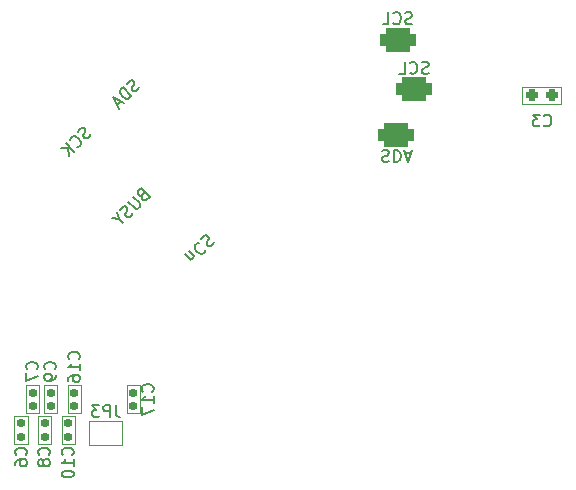
<source format=gbr>
%TF.GenerationSoftware,KiCad,Pcbnew,8.0.6-hq-2-g3d73d9976a*%
%TF.CreationDate,2024-12-20T20:58:28+08:00*%
%TF.ProjectId,DemoBoard_SensorForTemp&Rh_IntegratedWithMCU,44656d6f-426f-4617-9264-5f53656e736f,rev?*%
%TF.SameCoordinates,Original*%
%TF.FileFunction,Legend,Bot*%
%TF.FilePolarity,Positive*%
%FSLAX46Y46*%
G04 Gerber Fmt 4.6, Leading zero omitted, Abs format (unit mm)*
G04 Created by KiCad (PCBNEW 8.0.6-hq-2-g3d73d9976a) date 2024-12-20 20:58:28*
%MOMM*%
%LPD*%
G01*
G04 APERTURE LIST*
G04 Aperture macros list*
%AMRoundRect*
0 Rectangle with rounded corners*
0 $1 Rounding radius*
0 $2 $3 $4 $5 $6 $7 $8 $9 X,Y pos of 4 corners*
0 Add a 4 corners polygon primitive as box body*
4,1,4,$2,$3,$4,$5,$6,$7,$8,$9,$2,$3,0*
0 Add four circle primitives for the rounded corners*
1,1,$1+$1,$2,$3*
1,1,$1+$1,$4,$5*
1,1,$1+$1,$6,$7*
1,1,$1+$1,$8,$9*
0 Add four rect primitives between the rounded corners*
20,1,$1+$1,$2,$3,$4,$5,0*
20,1,$1+$1,$4,$5,$6,$7,0*
20,1,$1+$1,$6,$7,$8,$9,0*
20,1,$1+$1,$8,$9,$2,$3,0*%
%AMFreePoly0*
4,1,6,1.000000,0.000000,0.500000,-0.750000,-0.500000,-0.750000,-0.500000,0.750000,0.500000,0.750000,1.000000,0.000000,1.000000,0.000000,$1*%
%AMFreePoly1*
4,1,6,0.500000,-0.750000,-0.650000,-0.750000,-0.150000,0.000000,-0.650000,0.750000,0.500000,0.750000,0.500000,-0.750000,0.500000,-0.750000,$1*%
G04 Aperture macros list end*
%ADD10C,0.150000*%
%ADD11C,0.200000*%
%ADD12C,0.120000*%
%ADD13C,0.100000*%
%ADD14C,2.200000*%
%ADD15RoundRect,0.250000X-1.060660X0.000000X0.000000X-1.060660X1.060660X0.000000X0.000000X1.060660X0*%
%ADD16RoundRect,0.155000X0.155000X-0.212500X0.155000X0.212500X-0.155000X0.212500X-0.155000X-0.212500X0*%
%ADD17RoundRect,0.500000X1.000000X0.500000X-1.000000X0.500000X-1.000000X-0.500000X1.000000X-0.500000X0*%
%ADD18FreePoly0,180.000000*%
%ADD19FreePoly1,180.000000*%
%ADD20RoundRect,0.500000X0.353553X1.060660X-1.060660X-0.353553X-0.353553X-1.060660X1.060660X0.353553X0*%
%ADD21RoundRect,0.237500X0.287500X0.237500X-0.287500X0.237500X-0.287500X-0.237500X0.287500X-0.237500X0*%
%ADD22RoundRect,0.500000X-0.353553X-1.060660X1.060660X0.353553X0.353553X1.060660X-1.060660X-0.353553X0*%
%ADD23RoundRect,0.500000X-1.000000X-0.500000X1.000000X-0.500000X1.000000X0.500000X-1.000000X0.500000X0*%
G04 APERTURE END LIST*
D10*
X118787080Y-130135333D02*
X118834700Y-130087714D01*
X118834700Y-130087714D02*
X118882319Y-129944857D01*
X118882319Y-129944857D02*
X118882319Y-129849619D01*
X118882319Y-129849619D02*
X118834700Y-129706762D01*
X118834700Y-129706762D02*
X118739461Y-129611524D01*
X118739461Y-129611524D02*
X118644223Y-129563905D01*
X118644223Y-129563905D02*
X118453747Y-129516286D01*
X118453747Y-129516286D02*
X118310890Y-129516286D01*
X118310890Y-129516286D02*
X118120414Y-129563905D01*
X118120414Y-129563905D02*
X118025176Y-129611524D01*
X118025176Y-129611524D02*
X117929938Y-129706762D01*
X117929938Y-129706762D02*
X117882319Y-129849619D01*
X117882319Y-129849619D02*
X117882319Y-129944857D01*
X117882319Y-129944857D02*
X117929938Y-130087714D01*
X117929938Y-130087714D02*
X117977557Y-130135333D01*
X117882319Y-130468667D02*
X117882319Y-131135333D01*
X117882319Y-131135333D02*
X118882319Y-130706762D01*
D11*
X150542475Y-100861600D02*
X150399618Y-100909219D01*
X150399618Y-100909219D02*
X150161523Y-100909219D01*
X150161523Y-100909219D02*
X150066285Y-100861600D01*
X150066285Y-100861600D02*
X150018666Y-100813980D01*
X150018666Y-100813980D02*
X149971047Y-100718742D01*
X149971047Y-100718742D02*
X149971047Y-100623504D01*
X149971047Y-100623504D02*
X150018666Y-100528266D01*
X150018666Y-100528266D02*
X150066285Y-100480647D01*
X150066285Y-100480647D02*
X150161523Y-100433028D01*
X150161523Y-100433028D02*
X150351999Y-100385409D01*
X150351999Y-100385409D02*
X150447237Y-100337790D01*
X150447237Y-100337790D02*
X150494856Y-100290171D01*
X150494856Y-100290171D02*
X150542475Y-100194933D01*
X150542475Y-100194933D02*
X150542475Y-100099695D01*
X150542475Y-100099695D02*
X150494856Y-100004457D01*
X150494856Y-100004457D02*
X150447237Y-99956838D01*
X150447237Y-99956838D02*
X150351999Y-99909219D01*
X150351999Y-99909219D02*
X150113904Y-99909219D01*
X150113904Y-99909219D02*
X149971047Y-99956838D01*
X148971047Y-100813980D02*
X149018666Y-100861600D01*
X149018666Y-100861600D02*
X149161523Y-100909219D01*
X149161523Y-100909219D02*
X149256761Y-100909219D01*
X149256761Y-100909219D02*
X149399618Y-100861600D01*
X149399618Y-100861600D02*
X149494856Y-100766361D01*
X149494856Y-100766361D02*
X149542475Y-100671123D01*
X149542475Y-100671123D02*
X149590094Y-100480647D01*
X149590094Y-100480647D02*
X149590094Y-100337790D01*
X149590094Y-100337790D02*
X149542475Y-100147314D01*
X149542475Y-100147314D02*
X149494856Y-100052076D01*
X149494856Y-100052076D02*
X149399618Y-99956838D01*
X149399618Y-99956838D02*
X149256761Y-99909219D01*
X149256761Y-99909219D02*
X149161523Y-99909219D01*
X149161523Y-99909219D02*
X149018666Y-99956838D01*
X149018666Y-99956838D02*
X148971047Y-100004457D01*
X148066285Y-100909219D02*
X148542475Y-100909219D01*
X148542475Y-100909219D02*
X148542475Y-99909219D01*
D10*
X125457333Y-133163819D02*
X125457333Y-133878104D01*
X125457333Y-133878104D02*
X125504952Y-134020961D01*
X125504952Y-134020961D02*
X125600190Y-134116200D01*
X125600190Y-134116200D02*
X125743047Y-134163819D01*
X125743047Y-134163819D02*
X125838285Y-134163819D01*
X124981142Y-134163819D02*
X124981142Y-133163819D01*
X124981142Y-133163819D02*
X124600190Y-133163819D01*
X124600190Y-133163819D02*
X124504952Y-133211438D01*
X124504952Y-133211438D02*
X124457333Y-133259057D01*
X124457333Y-133259057D02*
X124409714Y-133354295D01*
X124409714Y-133354295D02*
X124409714Y-133497152D01*
X124409714Y-133497152D02*
X124457333Y-133592390D01*
X124457333Y-133592390D02*
X124504952Y-133640009D01*
X124504952Y-133640009D02*
X124600190Y-133687628D01*
X124600190Y-133687628D02*
X124981142Y-133687628D01*
X124076380Y-133163819D02*
X123457333Y-133163819D01*
X123457333Y-133163819D02*
X123790666Y-133544771D01*
X123790666Y-133544771D02*
X123647809Y-133544771D01*
X123647809Y-133544771D02*
X123552571Y-133592390D01*
X123552571Y-133592390D02*
X123504952Y-133640009D01*
X123504952Y-133640009D02*
X123457333Y-133735247D01*
X123457333Y-133735247D02*
X123457333Y-133973342D01*
X123457333Y-133973342D02*
X123504952Y-134068580D01*
X123504952Y-134068580D02*
X123552571Y-134116200D01*
X123552571Y-134116200D02*
X123647809Y-134163819D01*
X123647809Y-134163819D02*
X123933523Y-134163819D01*
X123933523Y-134163819D02*
X124028761Y-134116200D01*
X124028761Y-134116200D02*
X124076380Y-134068580D01*
D11*
X127446225Y-106234464D02*
X127378881Y-106369151D01*
X127378881Y-106369151D02*
X127210522Y-106537510D01*
X127210522Y-106537510D02*
X127109507Y-106571182D01*
X127109507Y-106571182D02*
X127042164Y-106571182D01*
X127042164Y-106571182D02*
X126941148Y-106537510D01*
X126941148Y-106537510D02*
X126873805Y-106470166D01*
X126873805Y-106470166D02*
X126840133Y-106369151D01*
X126840133Y-106369151D02*
X126840133Y-106301808D01*
X126840133Y-106301808D02*
X126873805Y-106200792D01*
X126873805Y-106200792D02*
X126974820Y-106032434D01*
X126974820Y-106032434D02*
X127008492Y-105931418D01*
X127008492Y-105931418D02*
X127008492Y-105864075D01*
X127008492Y-105864075D02*
X126974820Y-105763060D01*
X126974820Y-105763060D02*
X126907477Y-105695716D01*
X126907477Y-105695716D02*
X126806461Y-105662044D01*
X126806461Y-105662044D02*
X126739118Y-105662044D01*
X126739118Y-105662044D02*
X126638103Y-105695716D01*
X126638103Y-105695716D02*
X126469744Y-105864075D01*
X126469744Y-105864075D02*
X126402400Y-105998762D01*
X126772790Y-106975243D02*
X126065683Y-106268136D01*
X126065683Y-106268136D02*
X125897324Y-106436495D01*
X125897324Y-106436495D02*
X125829981Y-106571182D01*
X125829981Y-106571182D02*
X125829981Y-106705869D01*
X125829981Y-106705869D02*
X125863652Y-106806884D01*
X125863652Y-106806884D02*
X125964668Y-106975243D01*
X125964668Y-106975243D02*
X126065683Y-107076258D01*
X126065683Y-107076258D02*
X126234042Y-107177273D01*
X126234042Y-107177273D02*
X126335057Y-107210945D01*
X126335057Y-107210945D02*
X126469744Y-107210945D01*
X126469744Y-107210945D02*
X126604431Y-107143601D01*
X126604431Y-107143601D02*
X126772790Y-106975243D01*
X125897324Y-107446647D02*
X125560607Y-107783365D01*
X126166698Y-107581334D02*
X125223889Y-107109930D01*
X125223889Y-107109930D02*
X125695294Y-108052739D01*
D10*
X161710666Y-109462580D02*
X161758285Y-109510200D01*
X161758285Y-109510200D02*
X161901142Y-109557819D01*
X161901142Y-109557819D02*
X161996380Y-109557819D01*
X161996380Y-109557819D02*
X162139237Y-109510200D01*
X162139237Y-109510200D02*
X162234475Y-109414961D01*
X162234475Y-109414961D02*
X162282094Y-109319723D01*
X162282094Y-109319723D02*
X162329713Y-109129247D01*
X162329713Y-109129247D02*
X162329713Y-108986390D01*
X162329713Y-108986390D02*
X162282094Y-108795914D01*
X162282094Y-108795914D02*
X162234475Y-108700676D01*
X162234475Y-108700676D02*
X162139237Y-108605438D01*
X162139237Y-108605438D02*
X161996380Y-108557819D01*
X161996380Y-108557819D02*
X161901142Y-108557819D01*
X161901142Y-108557819D02*
X161758285Y-108605438D01*
X161758285Y-108605438D02*
X161710666Y-108653057D01*
X161377332Y-108557819D02*
X160758285Y-108557819D01*
X160758285Y-108557819D02*
X161091618Y-108938771D01*
X161091618Y-108938771D02*
X160948761Y-108938771D01*
X160948761Y-108938771D02*
X160853523Y-108986390D01*
X160853523Y-108986390D02*
X160805904Y-109034009D01*
X160805904Y-109034009D02*
X160758285Y-109129247D01*
X160758285Y-109129247D02*
X160758285Y-109367342D01*
X160758285Y-109367342D02*
X160805904Y-109462580D01*
X160805904Y-109462580D02*
X160853523Y-109510200D01*
X160853523Y-109510200D02*
X160948761Y-109557819D01*
X160948761Y-109557819D02*
X161234475Y-109557819D01*
X161234475Y-109557819D02*
X161329713Y-109510200D01*
X161329713Y-109510200D02*
X161377332Y-109462580D01*
X121796980Y-137380742D02*
X121844600Y-137333123D01*
X121844600Y-137333123D02*
X121892219Y-137190266D01*
X121892219Y-137190266D02*
X121892219Y-137095028D01*
X121892219Y-137095028D02*
X121844600Y-136952171D01*
X121844600Y-136952171D02*
X121749361Y-136856933D01*
X121749361Y-136856933D02*
X121654123Y-136809314D01*
X121654123Y-136809314D02*
X121463647Y-136761695D01*
X121463647Y-136761695D02*
X121320790Y-136761695D01*
X121320790Y-136761695D02*
X121130314Y-136809314D01*
X121130314Y-136809314D02*
X121035076Y-136856933D01*
X121035076Y-136856933D02*
X120939838Y-136952171D01*
X120939838Y-136952171D02*
X120892219Y-137095028D01*
X120892219Y-137095028D02*
X120892219Y-137190266D01*
X120892219Y-137190266D02*
X120939838Y-137333123D01*
X120939838Y-137333123D02*
X120987457Y-137380742D01*
X121892219Y-138333123D02*
X121892219Y-137761695D01*
X121892219Y-138047409D02*
X120892219Y-138047409D01*
X120892219Y-138047409D02*
X121035076Y-137952171D01*
X121035076Y-137952171D02*
X121130314Y-137856933D01*
X121130314Y-137856933D02*
X121177933Y-137761695D01*
X120892219Y-138952171D02*
X120892219Y-139047409D01*
X120892219Y-139047409D02*
X120939838Y-139142647D01*
X120939838Y-139142647D02*
X120987457Y-139190266D01*
X120987457Y-139190266D02*
X121082695Y-139237885D01*
X121082695Y-139237885D02*
X121273171Y-139285504D01*
X121273171Y-139285504D02*
X121511266Y-139285504D01*
X121511266Y-139285504D02*
X121701742Y-139237885D01*
X121701742Y-139237885D02*
X121796980Y-139190266D01*
X121796980Y-139190266D02*
X121844600Y-139142647D01*
X121844600Y-139142647D02*
X121892219Y-139047409D01*
X121892219Y-139047409D02*
X121892219Y-138952171D01*
X121892219Y-138952171D02*
X121844600Y-138856933D01*
X121844600Y-138856933D02*
X121796980Y-138809314D01*
X121796980Y-138809314D02*
X121701742Y-138761695D01*
X121701742Y-138761695D02*
X121511266Y-138714076D01*
X121511266Y-138714076D02*
X121273171Y-138714076D01*
X121273171Y-138714076D02*
X121082695Y-138761695D01*
X121082695Y-138761695D02*
X120987457Y-138809314D01*
X120987457Y-138809314D02*
X120939838Y-138856933D01*
X120939838Y-138856933D02*
X120892219Y-138952171D01*
D11*
X123305732Y-110247957D02*
X123238388Y-110382644D01*
X123238388Y-110382644D02*
X123070030Y-110551003D01*
X123070030Y-110551003D02*
X122969014Y-110584674D01*
X122969014Y-110584674D02*
X122901671Y-110584674D01*
X122901671Y-110584674D02*
X122800656Y-110551003D01*
X122800656Y-110551003D02*
X122733312Y-110483659D01*
X122733312Y-110483659D02*
X122699640Y-110382644D01*
X122699640Y-110382644D02*
X122699640Y-110315300D01*
X122699640Y-110315300D02*
X122733312Y-110214285D01*
X122733312Y-110214285D02*
X122834327Y-110045926D01*
X122834327Y-110045926D02*
X122867999Y-109944911D01*
X122867999Y-109944911D02*
X122867999Y-109877568D01*
X122867999Y-109877568D02*
X122834327Y-109776552D01*
X122834327Y-109776552D02*
X122766984Y-109709209D01*
X122766984Y-109709209D02*
X122665969Y-109675537D01*
X122665969Y-109675537D02*
X122598625Y-109675537D01*
X122598625Y-109675537D02*
X122497610Y-109709209D01*
X122497610Y-109709209D02*
X122329251Y-109877568D01*
X122329251Y-109877568D02*
X122261908Y-110012255D01*
X122160892Y-111325453D02*
X122228236Y-111325453D01*
X122228236Y-111325453D02*
X122362923Y-111258110D01*
X122362923Y-111258110D02*
X122430266Y-111190766D01*
X122430266Y-111190766D02*
X122497610Y-111056079D01*
X122497610Y-111056079D02*
X122497610Y-110921392D01*
X122497610Y-110921392D02*
X122463938Y-110820377D01*
X122463938Y-110820377D02*
X122362923Y-110652018D01*
X122362923Y-110652018D02*
X122261908Y-110551003D01*
X122261908Y-110551003D02*
X122093549Y-110449987D01*
X122093549Y-110449987D02*
X121992534Y-110416316D01*
X121992534Y-110416316D02*
X121857847Y-110416316D01*
X121857847Y-110416316D02*
X121723160Y-110483659D01*
X121723160Y-110483659D02*
X121655816Y-110551003D01*
X121655816Y-110551003D02*
X121588472Y-110685690D01*
X121588472Y-110685690D02*
X121588472Y-110753033D01*
X121925190Y-111695842D02*
X121218083Y-110988736D01*
X121521129Y-112099903D02*
X121420114Y-111392797D01*
X120814022Y-111392797D02*
X121622144Y-111392797D01*
D10*
X128569580Y-132021342D02*
X128617200Y-131973723D01*
X128617200Y-131973723D02*
X128664819Y-131830866D01*
X128664819Y-131830866D02*
X128664819Y-131735628D01*
X128664819Y-131735628D02*
X128617200Y-131592771D01*
X128617200Y-131592771D02*
X128521961Y-131497533D01*
X128521961Y-131497533D02*
X128426723Y-131449914D01*
X128426723Y-131449914D02*
X128236247Y-131402295D01*
X128236247Y-131402295D02*
X128093390Y-131402295D01*
X128093390Y-131402295D02*
X127902914Y-131449914D01*
X127902914Y-131449914D02*
X127807676Y-131497533D01*
X127807676Y-131497533D02*
X127712438Y-131592771D01*
X127712438Y-131592771D02*
X127664819Y-131735628D01*
X127664819Y-131735628D02*
X127664819Y-131830866D01*
X127664819Y-131830866D02*
X127712438Y-131973723D01*
X127712438Y-131973723D02*
X127760057Y-132021342D01*
X128664819Y-132973723D02*
X128664819Y-132402295D01*
X128664819Y-132688009D02*
X127664819Y-132688009D01*
X127664819Y-132688009D02*
X127807676Y-132592771D01*
X127807676Y-132592771D02*
X127902914Y-132497533D01*
X127902914Y-132497533D02*
X127950533Y-132402295D01*
X127664819Y-133307057D02*
X127664819Y-133973723D01*
X127664819Y-133973723D02*
X128664819Y-133545152D01*
D11*
X131834343Y-120881430D02*
X131362939Y-120410026D01*
X131767000Y-120814087D02*
X131834343Y-120814087D01*
X131834343Y-120814087D02*
X131935359Y-120780415D01*
X131935359Y-120780415D02*
X132036374Y-120679400D01*
X132036374Y-120679400D02*
X132070046Y-120578385D01*
X132070046Y-120578385D02*
X132036374Y-120477369D01*
X132036374Y-120477369D02*
X131665985Y-120106980D01*
X132474107Y-119433545D02*
X132406763Y-119433545D01*
X132406763Y-119433545D02*
X132272076Y-119500888D01*
X132272076Y-119500888D02*
X132204733Y-119568232D01*
X132204733Y-119568232D02*
X132137389Y-119702919D01*
X132137389Y-119702919D02*
X132137389Y-119837606D01*
X132137389Y-119837606D02*
X132171061Y-119938621D01*
X132171061Y-119938621D02*
X132272076Y-120106980D01*
X132272076Y-120106980D02*
X132373091Y-120207995D01*
X132373091Y-120207995D02*
X132541450Y-120309011D01*
X132541450Y-120309011D02*
X132642465Y-120342682D01*
X132642465Y-120342682D02*
X132777152Y-120342682D01*
X132777152Y-120342682D02*
X132911839Y-120275339D01*
X132911839Y-120275339D02*
X132979183Y-120207995D01*
X132979183Y-120207995D02*
X133046527Y-120073308D01*
X133046527Y-120073308D02*
X133046527Y-120005965D01*
X132709809Y-119130499D02*
X132777152Y-118995812D01*
X132777152Y-118995812D02*
X132945511Y-118827453D01*
X132945511Y-118827453D02*
X133046527Y-118793782D01*
X133046527Y-118793782D02*
X133113870Y-118793782D01*
X133113870Y-118793782D02*
X133214885Y-118827453D01*
X133214885Y-118827453D02*
X133282229Y-118894797D01*
X133282229Y-118894797D02*
X133315901Y-118995812D01*
X133315901Y-118995812D02*
X133315901Y-119063156D01*
X133315901Y-119063156D02*
X133282229Y-119164171D01*
X133282229Y-119164171D02*
X133181214Y-119332530D01*
X133181214Y-119332530D02*
X133147542Y-119433545D01*
X133147542Y-119433545D02*
X133147542Y-119500888D01*
X133147542Y-119500888D02*
X133181214Y-119601904D01*
X133181214Y-119601904D02*
X133248557Y-119669247D01*
X133248557Y-119669247D02*
X133349572Y-119702919D01*
X133349572Y-119702919D02*
X133416916Y-119702919D01*
X133416916Y-119702919D02*
X133517931Y-119669247D01*
X133517931Y-119669247D02*
X133686290Y-119500888D01*
X133686290Y-119500888D02*
X133753633Y-119366201D01*
D10*
X120311080Y-130135333D02*
X120358700Y-130087714D01*
X120358700Y-130087714D02*
X120406319Y-129944857D01*
X120406319Y-129944857D02*
X120406319Y-129849619D01*
X120406319Y-129849619D02*
X120358700Y-129706762D01*
X120358700Y-129706762D02*
X120263461Y-129611524D01*
X120263461Y-129611524D02*
X120168223Y-129563905D01*
X120168223Y-129563905D02*
X119977747Y-129516286D01*
X119977747Y-129516286D02*
X119834890Y-129516286D01*
X119834890Y-129516286D02*
X119644414Y-129563905D01*
X119644414Y-129563905D02*
X119549176Y-129611524D01*
X119549176Y-129611524D02*
X119453938Y-129706762D01*
X119453938Y-129706762D02*
X119406319Y-129849619D01*
X119406319Y-129849619D02*
X119406319Y-129944857D01*
X119406319Y-129944857D02*
X119453938Y-130087714D01*
X119453938Y-130087714D02*
X119501557Y-130135333D01*
X120406319Y-130611524D02*
X120406319Y-130802000D01*
X120406319Y-130802000D02*
X120358700Y-130897238D01*
X120358700Y-130897238D02*
X120311080Y-130944857D01*
X120311080Y-130944857D02*
X120168223Y-131040095D01*
X120168223Y-131040095D02*
X119977747Y-131087714D01*
X119977747Y-131087714D02*
X119596795Y-131087714D01*
X119596795Y-131087714D02*
X119501557Y-131040095D01*
X119501557Y-131040095D02*
X119453938Y-130992476D01*
X119453938Y-130992476D02*
X119406319Y-130897238D01*
X119406319Y-130897238D02*
X119406319Y-130706762D01*
X119406319Y-130706762D02*
X119453938Y-130611524D01*
X119453938Y-130611524D02*
X119501557Y-130563905D01*
X119501557Y-130563905D02*
X119596795Y-130516286D01*
X119596795Y-130516286D02*
X119834890Y-130516286D01*
X119834890Y-130516286D02*
X119930128Y-130563905D01*
X119930128Y-130563905D02*
X119977747Y-130611524D01*
X119977747Y-130611524D02*
X120025366Y-130706762D01*
X120025366Y-130706762D02*
X120025366Y-130897238D01*
X120025366Y-130897238D02*
X119977747Y-130992476D01*
X119977747Y-130992476D02*
X119930128Y-131040095D01*
X119930128Y-131040095D02*
X119834890Y-131087714D01*
D11*
X148010714Y-111609400D02*
X148153571Y-111561780D01*
X148153571Y-111561780D02*
X148391666Y-111561780D01*
X148391666Y-111561780D02*
X148486904Y-111609400D01*
X148486904Y-111609400D02*
X148534523Y-111657019D01*
X148534523Y-111657019D02*
X148582142Y-111752257D01*
X148582142Y-111752257D02*
X148582142Y-111847495D01*
X148582142Y-111847495D02*
X148534523Y-111942733D01*
X148534523Y-111942733D02*
X148486904Y-111990352D01*
X148486904Y-111990352D02*
X148391666Y-112037971D01*
X148391666Y-112037971D02*
X148201190Y-112085590D01*
X148201190Y-112085590D02*
X148105952Y-112133209D01*
X148105952Y-112133209D02*
X148058333Y-112180828D01*
X148058333Y-112180828D02*
X148010714Y-112276066D01*
X148010714Y-112276066D02*
X148010714Y-112371304D01*
X148010714Y-112371304D02*
X148058333Y-112466542D01*
X148058333Y-112466542D02*
X148105952Y-112514161D01*
X148105952Y-112514161D02*
X148201190Y-112561780D01*
X148201190Y-112561780D02*
X148439285Y-112561780D01*
X148439285Y-112561780D02*
X148582142Y-112514161D01*
X149010714Y-111561780D02*
X149010714Y-112561780D01*
X149010714Y-112561780D02*
X149248809Y-112561780D01*
X149248809Y-112561780D02*
X149391666Y-112514161D01*
X149391666Y-112514161D02*
X149486904Y-112418923D01*
X149486904Y-112418923D02*
X149534523Y-112323685D01*
X149534523Y-112323685D02*
X149582142Y-112133209D01*
X149582142Y-112133209D02*
X149582142Y-111990352D01*
X149582142Y-111990352D02*
X149534523Y-111799876D01*
X149534523Y-111799876D02*
X149486904Y-111704638D01*
X149486904Y-111704638D02*
X149391666Y-111609400D01*
X149391666Y-111609400D02*
X149248809Y-111561780D01*
X149248809Y-111561780D02*
X149010714Y-111561780D01*
X149963095Y-111847495D02*
X150439285Y-111847495D01*
X149867857Y-111561780D02*
X150201190Y-112561780D01*
X150201190Y-112561780D02*
X150534523Y-111561780D01*
D10*
X119790380Y-137374333D02*
X119838000Y-137326714D01*
X119838000Y-137326714D02*
X119885619Y-137183857D01*
X119885619Y-137183857D02*
X119885619Y-137088619D01*
X119885619Y-137088619D02*
X119838000Y-136945762D01*
X119838000Y-136945762D02*
X119742761Y-136850524D01*
X119742761Y-136850524D02*
X119647523Y-136802905D01*
X119647523Y-136802905D02*
X119457047Y-136755286D01*
X119457047Y-136755286D02*
X119314190Y-136755286D01*
X119314190Y-136755286D02*
X119123714Y-136802905D01*
X119123714Y-136802905D02*
X119028476Y-136850524D01*
X119028476Y-136850524D02*
X118933238Y-136945762D01*
X118933238Y-136945762D02*
X118885619Y-137088619D01*
X118885619Y-137088619D02*
X118885619Y-137183857D01*
X118885619Y-137183857D02*
X118933238Y-137326714D01*
X118933238Y-137326714D02*
X118980857Y-137374333D01*
X119314190Y-137945762D02*
X119266571Y-137850524D01*
X119266571Y-137850524D02*
X119218952Y-137802905D01*
X119218952Y-137802905D02*
X119123714Y-137755286D01*
X119123714Y-137755286D02*
X119076095Y-137755286D01*
X119076095Y-137755286D02*
X118980857Y-137802905D01*
X118980857Y-137802905D02*
X118933238Y-137850524D01*
X118933238Y-137850524D02*
X118885619Y-137945762D01*
X118885619Y-137945762D02*
X118885619Y-138136238D01*
X118885619Y-138136238D02*
X118933238Y-138231476D01*
X118933238Y-138231476D02*
X118980857Y-138279095D01*
X118980857Y-138279095D02*
X119076095Y-138326714D01*
X119076095Y-138326714D02*
X119123714Y-138326714D01*
X119123714Y-138326714D02*
X119218952Y-138279095D01*
X119218952Y-138279095D02*
X119266571Y-138231476D01*
X119266571Y-138231476D02*
X119314190Y-138136238D01*
X119314190Y-138136238D02*
X119314190Y-137945762D01*
X119314190Y-137945762D02*
X119361809Y-137850524D01*
X119361809Y-137850524D02*
X119409428Y-137802905D01*
X119409428Y-137802905D02*
X119504666Y-137755286D01*
X119504666Y-137755286D02*
X119695142Y-137755286D01*
X119695142Y-137755286D02*
X119790380Y-137802905D01*
X119790380Y-137802905D02*
X119838000Y-137850524D01*
X119838000Y-137850524D02*
X119885619Y-137945762D01*
X119885619Y-137945762D02*
X119885619Y-138136238D01*
X119885619Y-138136238D02*
X119838000Y-138231476D01*
X119838000Y-138231476D02*
X119790380Y-138279095D01*
X119790380Y-138279095D02*
X119695142Y-138326714D01*
X119695142Y-138326714D02*
X119504666Y-138326714D01*
X119504666Y-138326714D02*
X119409428Y-138279095D01*
X119409428Y-138279095D02*
X119361809Y-138231476D01*
X119361809Y-138231476D02*
X119314190Y-138136238D01*
D11*
X127718522Y-115385233D02*
X127651179Y-115519920D01*
X127651179Y-115519920D02*
X127651179Y-115587263D01*
X127651179Y-115587263D02*
X127684850Y-115688279D01*
X127684850Y-115688279D02*
X127785866Y-115789294D01*
X127785866Y-115789294D02*
X127886881Y-115822966D01*
X127886881Y-115822966D02*
X127954224Y-115822966D01*
X127954224Y-115822966D02*
X128055240Y-115789294D01*
X128055240Y-115789294D02*
X128324614Y-115519920D01*
X128324614Y-115519920D02*
X127617507Y-114812813D01*
X127617507Y-114812813D02*
X127381804Y-115048515D01*
X127381804Y-115048515D02*
X127348133Y-115149531D01*
X127348133Y-115149531D02*
X127348133Y-115216874D01*
X127348133Y-115216874D02*
X127381804Y-115317889D01*
X127381804Y-115317889D02*
X127449148Y-115385233D01*
X127449148Y-115385233D02*
X127550163Y-115418905D01*
X127550163Y-115418905D02*
X127617507Y-115418905D01*
X127617507Y-115418905D02*
X127718522Y-115385233D01*
X127718522Y-115385233D02*
X127954224Y-115149531D01*
X126910400Y-115519920D02*
X127482820Y-116092340D01*
X127482820Y-116092340D02*
X127516491Y-116193355D01*
X127516491Y-116193355D02*
X127516491Y-116260698D01*
X127516491Y-116260698D02*
X127482820Y-116361714D01*
X127482820Y-116361714D02*
X127348133Y-116496401D01*
X127348133Y-116496401D02*
X127247117Y-116530072D01*
X127247117Y-116530072D02*
X127179774Y-116530072D01*
X127179774Y-116530072D02*
X127078759Y-116496401D01*
X127078759Y-116496401D02*
X126506339Y-115923981D01*
X126876728Y-116900462D02*
X126809385Y-117035149D01*
X126809385Y-117035149D02*
X126641026Y-117203507D01*
X126641026Y-117203507D02*
X126540011Y-117237179D01*
X126540011Y-117237179D02*
X126472667Y-117237179D01*
X126472667Y-117237179D02*
X126371652Y-117203507D01*
X126371652Y-117203507D02*
X126304308Y-117136164D01*
X126304308Y-117136164D02*
X126270637Y-117035149D01*
X126270637Y-117035149D02*
X126270637Y-116967805D01*
X126270637Y-116967805D02*
X126304308Y-116866790D01*
X126304308Y-116866790D02*
X126405324Y-116698431D01*
X126405324Y-116698431D02*
X126438995Y-116597416D01*
X126438995Y-116597416D02*
X126438995Y-116530072D01*
X126438995Y-116530072D02*
X126405324Y-116429057D01*
X126405324Y-116429057D02*
X126337980Y-116361714D01*
X126337980Y-116361714D02*
X126236965Y-116328042D01*
X126236965Y-116328042D02*
X126169621Y-116328042D01*
X126169621Y-116328042D02*
X126068606Y-116361714D01*
X126068606Y-116361714D02*
X125900247Y-116530072D01*
X125900247Y-116530072D02*
X125832904Y-116664759D01*
X125731889Y-117439210D02*
X126068606Y-117775927D01*
X125597202Y-116833118D02*
X125731889Y-117439210D01*
X125731889Y-117439210D02*
X125125797Y-117304523D01*
X151939475Y-105052600D02*
X151796618Y-105100219D01*
X151796618Y-105100219D02*
X151558523Y-105100219D01*
X151558523Y-105100219D02*
X151463285Y-105052600D01*
X151463285Y-105052600D02*
X151415666Y-105004980D01*
X151415666Y-105004980D02*
X151368047Y-104909742D01*
X151368047Y-104909742D02*
X151368047Y-104814504D01*
X151368047Y-104814504D02*
X151415666Y-104719266D01*
X151415666Y-104719266D02*
X151463285Y-104671647D01*
X151463285Y-104671647D02*
X151558523Y-104624028D01*
X151558523Y-104624028D02*
X151748999Y-104576409D01*
X151748999Y-104576409D02*
X151844237Y-104528790D01*
X151844237Y-104528790D02*
X151891856Y-104481171D01*
X151891856Y-104481171D02*
X151939475Y-104385933D01*
X151939475Y-104385933D02*
X151939475Y-104290695D01*
X151939475Y-104290695D02*
X151891856Y-104195457D01*
X151891856Y-104195457D02*
X151844237Y-104147838D01*
X151844237Y-104147838D02*
X151748999Y-104100219D01*
X151748999Y-104100219D02*
X151510904Y-104100219D01*
X151510904Y-104100219D02*
X151368047Y-104147838D01*
X150368047Y-105004980D02*
X150415666Y-105052600D01*
X150415666Y-105052600D02*
X150558523Y-105100219D01*
X150558523Y-105100219D02*
X150653761Y-105100219D01*
X150653761Y-105100219D02*
X150796618Y-105052600D01*
X150796618Y-105052600D02*
X150891856Y-104957361D01*
X150891856Y-104957361D02*
X150939475Y-104862123D01*
X150939475Y-104862123D02*
X150987094Y-104671647D01*
X150987094Y-104671647D02*
X150987094Y-104528790D01*
X150987094Y-104528790D02*
X150939475Y-104338314D01*
X150939475Y-104338314D02*
X150891856Y-104243076D01*
X150891856Y-104243076D02*
X150796618Y-104147838D01*
X150796618Y-104147838D02*
X150653761Y-104100219D01*
X150653761Y-104100219D02*
X150558523Y-104100219D01*
X150558523Y-104100219D02*
X150415666Y-104147838D01*
X150415666Y-104147838D02*
X150368047Y-104195457D01*
X149463285Y-105100219D02*
X149939475Y-105100219D01*
X149939475Y-105100219D02*
X149939475Y-104100219D01*
D10*
X117834580Y-137374333D02*
X117882200Y-137326714D01*
X117882200Y-137326714D02*
X117929819Y-137183857D01*
X117929819Y-137183857D02*
X117929819Y-137088619D01*
X117929819Y-137088619D02*
X117882200Y-136945762D01*
X117882200Y-136945762D02*
X117786961Y-136850524D01*
X117786961Y-136850524D02*
X117691723Y-136802905D01*
X117691723Y-136802905D02*
X117501247Y-136755286D01*
X117501247Y-136755286D02*
X117358390Y-136755286D01*
X117358390Y-136755286D02*
X117167914Y-136802905D01*
X117167914Y-136802905D02*
X117072676Y-136850524D01*
X117072676Y-136850524D02*
X116977438Y-136945762D01*
X116977438Y-136945762D02*
X116929819Y-137088619D01*
X116929819Y-137088619D02*
X116929819Y-137183857D01*
X116929819Y-137183857D02*
X116977438Y-137326714D01*
X116977438Y-137326714D02*
X117025057Y-137374333D01*
X116929819Y-138231476D02*
X116929819Y-138041000D01*
X116929819Y-138041000D02*
X116977438Y-137945762D01*
X116977438Y-137945762D02*
X117025057Y-137898143D01*
X117025057Y-137898143D02*
X117167914Y-137802905D01*
X117167914Y-137802905D02*
X117358390Y-137755286D01*
X117358390Y-137755286D02*
X117739342Y-137755286D01*
X117739342Y-137755286D02*
X117834580Y-137802905D01*
X117834580Y-137802905D02*
X117882200Y-137850524D01*
X117882200Y-137850524D02*
X117929819Y-137945762D01*
X117929819Y-137945762D02*
X117929819Y-138136238D01*
X117929819Y-138136238D02*
X117882200Y-138231476D01*
X117882200Y-138231476D02*
X117834580Y-138279095D01*
X117834580Y-138279095D02*
X117739342Y-138326714D01*
X117739342Y-138326714D02*
X117501247Y-138326714D01*
X117501247Y-138326714D02*
X117406009Y-138279095D01*
X117406009Y-138279095D02*
X117358390Y-138231476D01*
X117358390Y-138231476D02*
X117310771Y-138136238D01*
X117310771Y-138136238D02*
X117310771Y-137945762D01*
X117310771Y-137945762D02*
X117358390Y-137850524D01*
X117358390Y-137850524D02*
X117406009Y-137802905D01*
X117406009Y-137802905D02*
X117501247Y-137755286D01*
X122343080Y-129278142D02*
X122390700Y-129230523D01*
X122390700Y-129230523D02*
X122438319Y-129087666D01*
X122438319Y-129087666D02*
X122438319Y-128992428D01*
X122438319Y-128992428D02*
X122390700Y-128849571D01*
X122390700Y-128849571D02*
X122295461Y-128754333D01*
X122295461Y-128754333D02*
X122200223Y-128706714D01*
X122200223Y-128706714D02*
X122009747Y-128659095D01*
X122009747Y-128659095D02*
X121866890Y-128659095D01*
X121866890Y-128659095D02*
X121676414Y-128706714D01*
X121676414Y-128706714D02*
X121581176Y-128754333D01*
X121581176Y-128754333D02*
X121485938Y-128849571D01*
X121485938Y-128849571D02*
X121438319Y-128992428D01*
X121438319Y-128992428D02*
X121438319Y-129087666D01*
X121438319Y-129087666D02*
X121485938Y-129230523D01*
X121485938Y-129230523D02*
X121533557Y-129278142D01*
X122438319Y-130230523D02*
X122438319Y-129659095D01*
X122438319Y-129944809D02*
X121438319Y-129944809D01*
X121438319Y-129944809D02*
X121581176Y-129849571D01*
X121581176Y-129849571D02*
X121676414Y-129754333D01*
X121676414Y-129754333D02*
X121724033Y-129659095D01*
X121438319Y-131087666D02*
X121438319Y-130897190D01*
X121438319Y-130897190D02*
X121485938Y-130801952D01*
X121485938Y-130801952D02*
X121533557Y-130754333D01*
X121533557Y-130754333D02*
X121676414Y-130659095D01*
X121676414Y-130659095D02*
X121866890Y-130611476D01*
X121866890Y-130611476D02*
X122247842Y-130611476D01*
X122247842Y-130611476D02*
X122343080Y-130659095D01*
X122343080Y-130659095D02*
X122390700Y-130706714D01*
X122390700Y-130706714D02*
X122438319Y-130801952D01*
X122438319Y-130801952D02*
X122438319Y-130992428D01*
X122438319Y-130992428D02*
X122390700Y-131087666D01*
X122390700Y-131087666D02*
X122343080Y-131135285D01*
X122343080Y-131135285D02*
X122247842Y-131182904D01*
X122247842Y-131182904D02*
X122009747Y-131182904D01*
X122009747Y-131182904D02*
X121914509Y-131135285D01*
X121914509Y-131135285D02*
X121866890Y-131087666D01*
X121866890Y-131087666D02*
X121819271Y-130992428D01*
X121819271Y-130992428D02*
X121819271Y-130801952D01*
X121819271Y-130801952D02*
X121866890Y-130706714D01*
X121866890Y-130706714D02*
X121914509Y-130659095D01*
X121914509Y-130659095D02*
X122009747Y-130611476D01*
D12*
%TO.C,C7*%
X117881200Y-131495800D02*
X118998800Y-131495800D01*
X117881200Y-133832600D02*
X117881200Y-131495800D01*
X118490800Y-133832600D02*
X117881200Y-133832600D01*
X118490800Y-133832600D02*
X118948000Y-133832600D01*
X118998800Y-131495800D02*
X118998800Y-133832600D01*
X118998800Y-133832600D02*
X118948000Y-133832600D01*
%TO.C,JP3*%
X123224000Y-134509000D02*
X126024000Y-134509000D01*
X123224000Y-136509000D02*
X123224000Y-134509000D01*
X126024000Y-134509000D02*
X126024000Y-136509000D01*
X126024000Y-136509000D02*
X123224000Y-136509000D01*
%TO.C,C3*%
X159893000Y-106245500D02*
X159893000Y-107642500D01*
X159893000Y-107642500D02*
X163195000Y-107642500D01*
X163195000Y-106245500D02*
X159893000Y-106245500D01*
X163195000Y-107642500D02*
X163195000Y-106245500D01*
%TO.C,C10*%
X120881200Y-134086600D02*
X121998800Y-134086600D01*
X120881200Y-136423400D02*
X120881200Y-134086600D01*
X121490800Y-136423400D02*
X120881200Y-136423400D01*
X121490800Y-136423400D02*
X121948000Y-136423400D01*
X121998800Y-134086600D02*
X121998800Y-136423400D01*
X121998800Y-136423400D02*
X121948000Y-136423400D01*
%TO.C,C17*%
X126381200Y-131495800D02*
X127498800Y-131495800D01*
X126381200Y-133832600D02*
X126381200Y-131495800D01*
X126990800Y-133832600D02*
X126381200Y-133832600D01*
X126990800Y-133832600D02*
X127448000Y-133832600D01*
X127498800Y-131495800D02*
X127498800Y-133832600D01*
X127498800Y-133832600D02*
X127448000Y-133832600D01*
%TO.C,C9*%
X119381200Y-131495800D02*
X120498800Y-131495800D01*
X119381200Y-133832600D02*
X119381200Y-131495800D01*
X119990800Y-133832600D02*
X119381200Y-133832600D01*
X119990800Y-133832600D02*
X120448000Y-133832600D01*
X120498800Y-131495800D02*
X120498800Y-133832600D01*
X120498800Y-133832600D02*
X120448000Y-133832600D01*
%TO.C,C8*%
X118881200Y-134086600D02*
X119998800Y-134086600D01*
X118881200Y-136423400D02*
X118881200Y-134086600D01*
X119490800Y-136423400D02*
X118881200Y-136423400D01*
X119490800Y-136423400D02*
X119948000Y-136423400D01*
X119998800Y-134086600D02*
X119998800Y-136423400D01*
X119998800Y-136423400D02*
X119948000Y-136423400D01*
%TO.C,C6*%
X116881200Y-134086600D02*
X117998800Y-134086600D01*
X116881200Y-136423400D02*
X116881200Y-134086600D01*
X117490800Y-136423400D02*
X116881200Y-136423400D01*
X117490800Y-136423400D02*
X117948000Y-136423400D01*
X117998800Y-134086600D02*
X117998800Y-136423400D01*
X117998800Y-136423400D02*
X117948000Y-136423400D01*
%TO.C,C16*%
X121381200Y-131495800D02*
X122498800Y-131495800D01*
X121381200Y-133832600D02*
X121381200Y-131495800D01*
X121990800Y-133832600D02*
X121381200Y-133832600D01*
X121990800Y-133832600D02*
X122448000Y-133832600D01*
X122498800Y-131495800D02*
X122498800Y-133832600D01*
X122498800Y-133832600D02*
X122448000Y-133832600D01*
%TD*%
%LPC*%
D13*
X132080000Y-133985000D02*
X134620000Y-133985000D01*
X134620000Y-137795000D01*
X132080000Y-137795000D01*
X132080000Y-133985000D01*
G36*
X132080000Y-133985000D02*
G01*
X134620000Y-133985000D01*
X134620000Y-137795000D01*
X132080000Y-137795000D01*
X132080000Y-133985000D01*
G37*
X139700000Y-107315000D02*
X142240000Y-107315000D01*
X142240000Y-111125000D01*
X139700000Y-111125000D01*
X139700000Y-107315000D01*
G36*
X139700000Y-107315000D02*
G01*
X142240000Y-107315000D01*
X142240000Y-111125000D01*
X139700000Y-111125000D01*
X139700000Y-107315000D01*
G37*
X140970000Y-117475000D02*
X143510000Y-117475000D01*
X143510000Y-121285000D01*
X140970000Y-121285000D01*
X140970000Y-117475000D01*
G36*
X140970000Y-117475000D02*
G01*
X143510000Y-117475000D01*
X143510000Y-121285000D01*
X140970000Y-121285000D01*
X140970000Y-117475000D01*
G37*
X113030000Y-104775000D02*
X115570000Y-104775000D01*
X115570000Y-108585000D01*
X113030000Y-108585000D01*
X113030000Y-104775000D01*
G36*
X113030000Y-104775000D02*
G01*
X115570000Y-104775000D01*
X115570000Y-108585000D01*
X113030000Y-108585000D01*
X113030000Y-104775000D01*
G37*
X124460000Y-94615000D02*
X127000000Y-94615000D01*
X127000000Y-98425000D01*
X124460000Y-98425000D01*
X124460000Y-94615000D01*
G36*
X124460000Y-94615000D02*
G01*
X127000000Y-94615000D01*
X127000000Y-98425000D01*
X124460000Y-98425000D01*
X124460000Y-94615000D01*
G37*
X123825000Y-78740000D02*
X127635000Y-78740000D01*
X127635000Y-81280000D01*
X123825000Y-81280000D01*
X123825000Y-78740000D01*
G36*
X123825000Y-78740000D02*
G01*
X127635000Y-78740000D01*
X127635000Y-81280000D01*
X123825000Y-81280000D01*
X123825000Y-78740000D01*
G37*
X113030000Y-118745000D02*
X115570000Y-118745000D01*
X115570000Y-122555000D01*
X113030000Y-122555000D01*
X113030000Y-118745000D01*
G36*
X113030000Y-118745000D02*
G01*
X115570000Y-118745000D01*
X115570000Y-122555000D01*
X113030000Y-122555000D01*
X113030000Y-118745000D01*
G37*
D14*
%TO.C,TP7*%
X114300000Y-81280000D03*
%TD*%
%TO.C,TP10*%
X114300000Y-86360000D03*
%TD*%
%TO.C,REF\u002A\u002A*%
X161290000Y-119380000D03*
%TD*%
%TO.C,TP9*%
X114300000Y-88900000D03*
%TD*%
%TO.C,REF\u002A\u002A*%
X80010000Y-110490000D03*
%TD*%
%TO.C,REF\u002A\u002A*%
X161290000Y-99060000D03*
%TD*%
%TO.C,REF\u002A\u002A*%
X161290000Y-135890000D03*
%TD*%
%TO.C,TP8*%
X114300000Y-83820000D03*
%TD*%
%TO.C,REF\u002A\u002A*%
X80010000Y-119380000D03*
%TD*%
D15*
%TO.C,U4*%
X137440051Y-100330000D03*
%TD*%
D14*
%TO.C,REF\u002A\u002A*%
X161290000Y-54610000D03*
%TD*%
%TO.C,REF\u002A\u002A*%
X80010000Y-135890000D03*
%TD*%
%TO.C,REF\u002A\u002A*%
X80010000Y-54610000D03*
%TD*%
%TO.C,TP6*%
X114300000Y-78740000D03*
%TD*%
D16*
%TO.C,C7*%
X118440000Y-133231700D03*
X118440000Y-132096700D03*
%TD*%
D17*
%TO.C,SCL*%
X149352000Y-102285800D03*
%TD*%
D18*
%TO.C,JP3*%
X125349000Y-135509000D03*
D19*
X123899000Y-135509000D03*
%TD*%
D20*
%TO.C,SDA*%
X127635000Y-108077000D03*
%TD*%
D21*
%TO.C,C3*%
X162419000Y-106944000D03*
X160669000Y-106944000D03*
%TD*%
D16*
%TO.C,C10*%
X121440000Y-135822500D03*
X121440000Y-134687500D03*
%TD*%
D20*
%TO.C,SCK*%
X123444000Y-112141000D03*
%TD*%
D16*
%TO.C,C17*%
X126940000Y-133231700D03*
X126940000Y-132096700D03*
%TD*%
D22*
%TO.C,nCS*%
X131254500Y-118618000D03*
%TD*%
D16*
%TO.C,C9*%
X119940000Y-133231700D03*
X119940000Y-132096700D03*
%TD*%
D23*
%TO.C,SDA*%
X149225000Y-110312200D03*
%TD*%
D16*
%TO.C,C8*%
X119440000Y-135822500D03*
X119440000Y-134687500D03*
%TD*%
D20*
%TO.C,BUSY*%
X128079500Y-117665500D03*
%TD*%
D17*
%TO.C,SCL*%
X150749000Y-106426000D03*
%TD*%
D16*
%TO.C,C6*%
X117440000Y-135822500D03*
X117440000Y-134687500D03*
%TD*%
%TO.C,C16*%
X121940000Y-133231700D03*
X121940000Y-132096700D03*
%TD*%
%LPD*%
M02*

</source>
